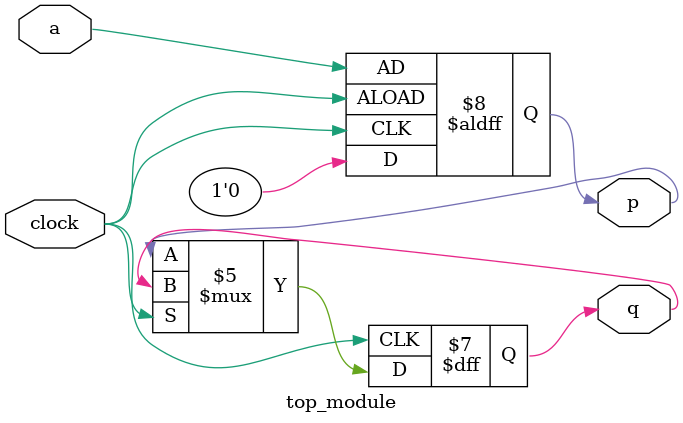
<source format=sv>
module top_module (
    input clock,
    input a, 
    output reg p,
    output reg q
);

    always @(posedge clock or negedge clock) begin
        if (!clock) begin
            p <= 0;
        end else begin
            p <= a;
        end
    end

    always @(posedge clock or negedge clock) begin
        if (!clock) begin
            q <= p;
        end
    end
endmodule

</source>
